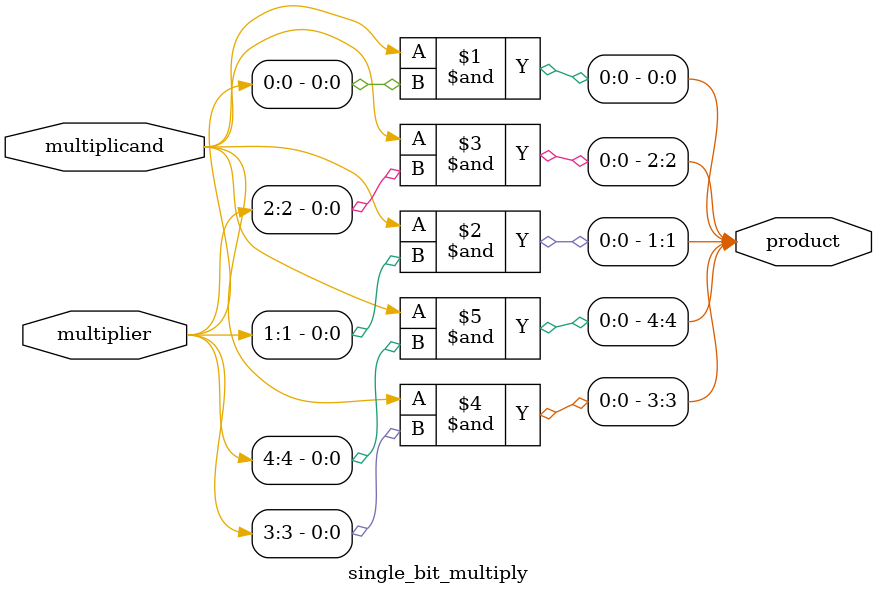
<source format=v>
`timescale 1ns / 1ps


module single_bit_multiply(
    multiplier, multiplicand, product
    );
    parameter SIZE = 5;
    input [SIZE - 1:0] multiplier;
    input multiplicand;
    output [SIZE - 1:0] product;
    
    genvar i;
    // gernerate an and with all the bits
    generate 
        for (i =0; i< SIZE; i = i+1 ) begin
            assign product[i] = multiplicand & multiplier[i];
         end
    endgenerate
    
endmodule

</source>
